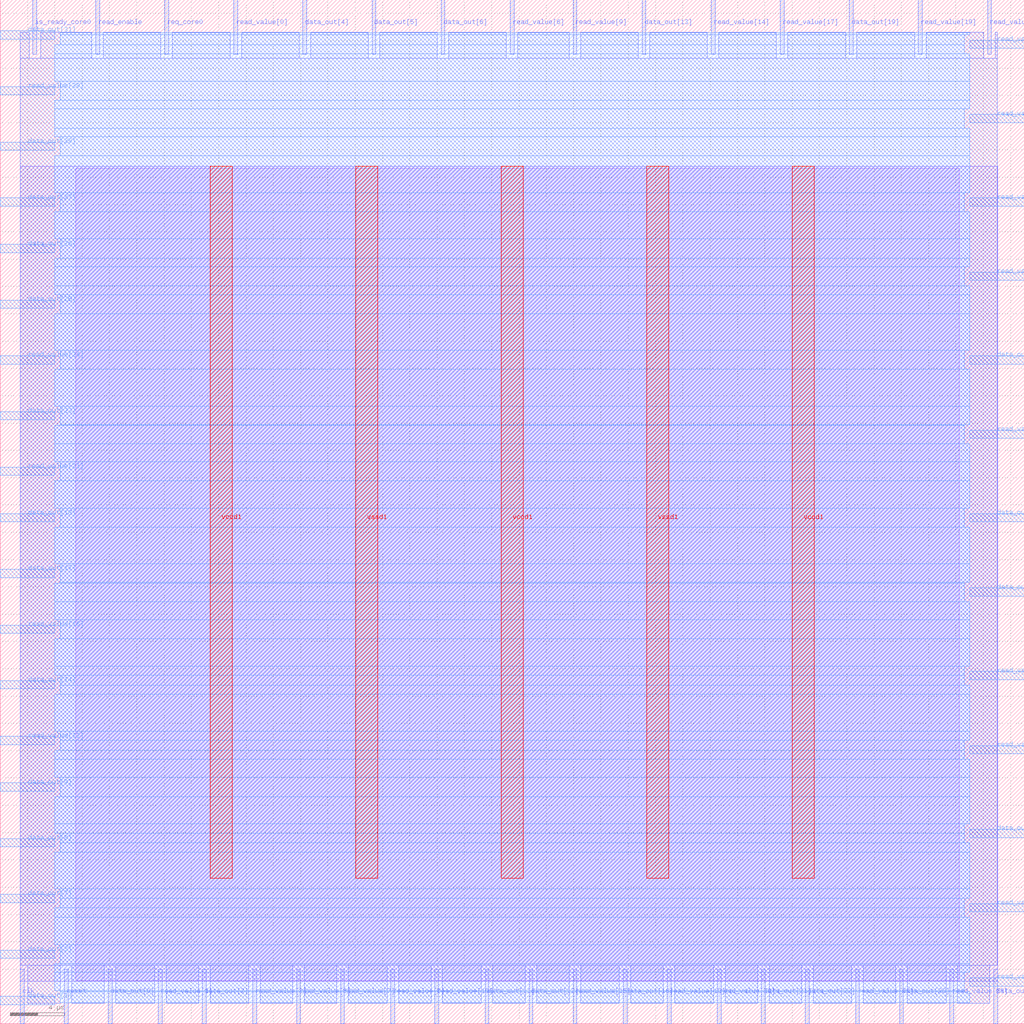
<source format=lef>
VERSION 5.7 ;
  NOWIREEXTENSIONATPIN ON ;
  DIVIDERCHAR "/" ;
  BUSBITCHARS "[]" ;
MACRO io_input_arbiter
  CLASS BLOCK ;
  FOREIGN io_input_arbiter ;
  ORIGIN 0.000 0.000 ;
  SIZE 75.000 BY 75.000 ;
  PIN clk
    DIRECTION INPUT ;
    USE SIGNAL ;
    PORT
      LAYER met2 ;
        RECT 1.470 0.000 1.750 4.000 ;
    END
  END clk
  PIN data_out[0]
    DIRECTION OUTPUT TRISTATE ;
    USE SIGNAL ;
    PORT
      LAYER met2 ;
        RECT 7.910 0.000 8.190 4.000 ;
    END
  END data_out[0]
  PIN data_out[10]
    DIRECTION OUTPUT TRISTATE ;
    USE SIGNAL ;
    PORT
      LAYER met3 ;
        RECT 71.000 13.640 75.000 14.240 ;
    END
  END data_out[10]
  PIN data_out[11]
    DIRECTION OUTPUT TRISTATE ;
    USE SIGNAL ;
    PORT
      LAYER met2 ;
        RECT 35.510 0.000 35.790 4.000 ;
    END
  END data_out[11]
  PIN data_out[12]
    DIRECTION OUTPUT TRISTATE ;
    USE SIGNAL ;
    PORT
      LAYER met2 ;
        RECT 38.730 0.000 39.010 4.000 ;
    END
  END data_out[12]
  PIN data_out[13]
    DIRECTION OUTPUT TRISTATE ;
    USE SIGNAL ;
    PORT
      LAYER met2 ;
        RECT 47.010 71.000 47.290 75.000 ;
    END
  END data_out[13]
  PIN data_out[14]
    DIRECTION OUTPUT TRISTATE ;
    USE SIGNAL ;
    PORT
      LAYER met3 ;
        RECT 0.000 24.520 4.000 25.120 ;
    END
  END data_out[14]
  PIN data_out[15]
    DIRECTION OUTPUT TRISTATE ;
    USE SIGNAL ;
    PORT
      LAYER met3 ;
        RECT 71.000 31.320 75.000 31.920 ;
    END
  END data_out[15]
  PIN data_out[16]
    DIRECTION OUTPUT TRISTATE ;
    USE SIGNAL ;
    PORT
      LAYER met2 ;
        RECT 45.630 0.000 45.910 4.000 ;
    END
  END data_out[16]
  PIN data_out[17]
    DIRECTION OUTPUT TRISTATE ;
    USE SIGNAL ;
    PORT
      LAYER met3 ;
        RECT 0.000 32.680 4.000 33.280 ;
    END
  END data_out[17]
  PIN data_out[18]
    DIRECTION OUTPUT TRISTATE ;
    USE SIGNAL ;
    PORT
      LAYER met3 ;
        RECT 0.000 36.760 4.000 37.360 ;
    END
  END data_out[18]
  PIN data_out[19]
    DIRECTION OUTPUT TRISTATE ;
    USE SIGNAL ;
    PORT
      LAYER met2 ;
        RECT 62.190 71.000 62.470 75.000 ;
    END
  END data_out[19]
  PIN data_out[1]
    DIRECTION OUTPUT TRISTATE ;
    USE SIGNAL ;
    PORT
      LAYER met3 ;
        RECT 0.000 1.400 4.000 2.000 ;
    END
  END data_out[1]
  PIN data_out[20]
    DIRECTION OUTPUT TRISTATE ;
    USE SIGNAL ;
    PORT
      LAYER met3 ;
        RECT 71.000 36.760 75.000 37.360 ;
    END
  END data_out[20]
  PIN data_out[21]
    DIRECTION OUTPUT TRISTATE ;
    USE SIGNAL ;
    PORT
      LAYER met2 ;
        RECT 55.750 0.000 56.030 4.000 ;
    END
  END data_out[21]
  PIN data_out[22]
    DIRECTION OUTPUT TRISTATE ;
    USE SIGNAL ;
    PORT
      LAYER met2 ;
        RECT 58.970 0.000 59.250 4.000 ;
    END
  END data_out[22]
  PIN data_out[23]
    DIRECTION OUTPUT TRISTATE ;
    USE SIGNAL ;
    PORT
      LAYER met3 ;
        RECT 0.000 44.240 4.000 44.840 ;
    END
  END data_out[23]
  PIN data_out[24]
    DIRECTION OUTPUT TRISTATE ;
    USE SIGNAL ;
    PORT
      LAYER met3 ;
        RECT 71.000 48.320 75.000 48.920 ;
    END
  END data_out[24]
  PIN data_out[25]
    DIRECTION OUTPUT TRISTATE ;
    USE SIGNAL ;
    PORT
      LAYER met3 ;
        RECT 0.000 52.400 4.000 53.000 ;
    END
  END data_out[25]
  PIN data_out[26]
    DIRECTION OUTPUT TRISTATE ;
    USE SIGNAL ;
    PORT
      LAYER met3 ;
        RECT 0.000 56.480 4.000 57.080 ;
    END
  END data_out[26]
  PIN data_out[27]
    DIRECTION OUTPUT TRISTATE ;
    USE SIGNAL ;
    PORT
      LAYER met3 ;
        RECT 0.000 59.880 4.000 60.480 ;
    END
  END data_out[27]
  PIN data_out[28]
    DIRECTION OUTPUT TRISTATE ;
    USE SIGNAL ;
    PORT
      LAYER met2 ;
        RECT 65.870 0.000 66.150 4.000 ;
    END
  END data_out[28]
  PIN data_out[29]
    DIRECTION OUTPUT TRISTATE ;
    USE SIGNAL ;
    PORT
      LAYER met3 ;
        RECT 0.000 63.960 4.000 64.560 ;
    END
  END data_out[29]
  PIN data_out[2]
    DIRECTION OUTPUT TRISTATE ;
    USE SIGNAL ;
    PORT
      LAYER met2 ;
        RECT 14.810 0.000 15.090 4.000 ;
    END
  END data_out[2]
  PIN data_out[30]
    DIRECTION OUTPUT TRISTATE ;
    USE SIGNAL ;
    PORT
      LAYER met2 ;
        RECT 72.770 0.000 73.050 4.000 ;
    END
  END data_out[30]
  PIN data_out[31]
    DIRECTION OUTPUT TRISTATE ;
    USE SIGNAL ;
    PORT
      LAYER met3 ;
        RECT 0.000 72.120 4.000 72.720 ;
    END
  END data_out[31]
  PIN data_out[3]
    DIRECTION OUTPUT TRISTATE ;
    USE SIGNAL ;
    PORT
      LAYER met3 ;
        RECT 0.000 4.800 4.000 5.400 ;
    END
  END data_out[3]
  PIN data_out[4]
    DIRECTION OUTPUT TRISTATE ;
    USE SIGNAL ;
    PORT
      LAYER met2 ;
        RECT 22.170 71.000 22.450 75.000 ;
    END
  END data_out[4]
  PIN data_out[5]
    DIRECTION OUTPUT TRISTATE ;
    USE SIGNAL ;
    PORT
      LAYER met2 ;
        RECT 27.230 71.000 27.510 75.000 ;
    END
  END data_out[5]
  PIN data_out[6]
    DIRECTION OUTPUT TRISTATE ;
    USE SIGNAL ;
    PORT
      LAYER met2 ;
        RECT 32.290 71.000 32.570 75.000 ;
    END
  END data_out[6]
  PIN data_out[7]
    DIRECTION OUTPUT TRISTATE ;
    USE SIGNAL ;
    PORT
      LAYER met3 ;
        RECT 0.000 8.880 4.000 9.480 ;
    END
  END data_out[7]
  PIN data_out[8]
    DIRECTION OUTPUT TRISTATE ;
    USE SIGNAL ;
    PORT
      LAYER met3 ;
        RECT 0.000 12.960 4.000 13.560 ;
    END
  END data_out[8]
  PIN data_out[9]
    DIRECTION OUTPUT TRISTATE ;
    USE SIGNAL ;
    PORT
      LAYER met3 ;
        RECT 0.000 17.040 4.000 17.640 ;
    END
  END data_out[9]
  PIN is_ready_core0
    DIRECTION OUTPUT TRISTATE ;
    USE SIGNAL ;
    PORT
      LAYER met2 ;
        RECT 2.390 71.000 2.670 75.000 ;
    END
  END is_ready_core0
  PIN read_enable
    DIRECTION INPUT ;
    USE SIGNAL ;
    PORT
      LAYER met2 ;
        RECT 6.990 71.000 7.270 75.000 ;
    END
  END read_enable
  PIN read_value[0]
    DIRECTION INPUT ;
    USE SIGNAL ;
    PORT
      LAYER met2 ;
        RECT 17.110 71.000 17.390 75.000 ;
    END
  END read_value[0]
  PIN read_value[10]
    DIRECTION INPUT ;
    USE SIGNAL ;
    PORT
      LAYER met2 ;
        RECT 31.830 0.000 32.110 4.000 ;
    END
  END read_value[10]
  PIN read_value[11]
    DIRECTION INPUT ;
    USE SIGNAL ;
    PORT
      LAYER met3 ;
        RECT 71.000 19.760 75.000 20.360 ;
    END
  END read_value[11]
  PIN read_value[12]
    DIRECTION INPUT ;
    USE SIGNAL ;
    PORT
      LAYER met3 ;
        RECT 0.000 20.440 4.000 21.040 ;
    END
  END read_value[12]
  PIN read_value[13]
    DIRECTION INPUT ;
    USE SIGNAL ;
    PORT
      LAYER met3 ;
        RECT 71.000 25.200 75.000 25.800 ;
    END
  END read_value[13]
  PIN read_value[14]
    DIRECTION INPUT ;
    USE SIGNAL ;
    PORT
      LAYER met2 ;
        RECT 52.070 71.000 52.350 75.000 ;
    END
  END read_value[14]
  PIN read_value[15]
    DIRECTION INPUT ;
    USE SIGNAL ;
    PORT
      LAYER met2 ;
        RECT 41.950 0.000 42.230 4.000 ;
    END
  END read_value[15]
  PIN read_value[16]
    DIRECTION INPUT ;
    USE SIGNAL ;
    PORT
      LAYER met3 ;
        RECT 0.000 28.600 4.000 29.200 ;
    END
  END read_value[16]
  PIN read_value[17]
    DIRECTION INPUT ;
    USE SIGNAL ;
    PORT
      LAYER met2 ;
        RECT 57.130 71.000 57.410 75.000 ;
    END
  END read_value[17]
  PIN read_value[18]
    DIRECTION INPUT ;
    USE SIGNAL ;
    PORT
      LAYER met2 ;
        RECT 48.850 0.000 49.130 4.000 ;
    END
  END read_value[18]
  PIN read_value[19]
    DIRECTION INPUT ;
    USE SIGNAL ;
    PORT
      LAYER met2 ;
        RECT 67.250 71.000 67.530 75.000 ;
    END
  END read_value[19]
  PIN read_value[1]
    DIRECTION INPUT ;
    USE SIGNAL ;
    PORT
      LAYER met2 ;
        RECT 11.590 0.000 11.870 4.000 ;
    END
  END read_value[1]
  PIN read_value[20]
    DIRECTION INPUT ;
    USE SIGNAL ;
    PORT
      LAYER met2 ;
        RECT 52.530 0.000 52.810 4.000 ;
    END
  END read_value[20]
  PIN read_value[21]
    DIRECTION INPUT ;
    USE SIGNAL ;
    PORT
      LAYER met3 ;
        RECT 0.000 40.160 4.000 40.760 ;
    END
  END read_value[21]
  PIN read_value[22]
    DIRECTION INPUT ;
    USE SIGNAL ;
    PORT
      LAYER met2 ;
        RECT 62.650 0.000 62.930 4.000 ;
    END
  END read_value[22]
  PIN read_value[23]
    DIRECTION INPUT ;
    USE SIGNAL ;
    PORT
      LAYER met3 ;
        RECT 71.000 42.880 75.000 43.480 ;
    END
  END read_value[23]
  PIN read_value[24]
    DIRECTION INPUT ;
    USE SIGNAL ;
    PORT
      LAYER met3 ;
        RECT 0.000 48.320 4.000 48.920 ;
    END
  END read_value[24]
  PIN read_value[25]
    DIRECTION INPUT ;
    USE SIGNAL ;
    PORT
      LAYER met3 ;
        RECT 71.000 54.440 75.000 55.040 ;
    END
  END read_value[25]
  PIN read_value[26]
    DIRECTION INPUT ;
    USE SIGNAL ;
    PORT
      LAYER met3 ;
        RECT 71.000 59.880 75.000 60.480 ;
    END
  END read_value[26]
  PIN read_value[27]
    DIRECTION INPUT ;
    USE SIGNAL ;
    PORT
      LAYER met3 ;
        RECT 71.000 66.000 75.000 66.600 ;
    END
  END read_value[27]
  PIN read_value[28]
    DIRECTION INPUT ;
    USE SIGNAL ;
    PORT
      LAYER met2 ;
        RECT 69.550 0.000 69.830 4.000 ;
    END
  END read_value[28]
  PIN read_value[29]
    DIRECTION INPUT ;
    USE SIGNAL ;
    PORT
      LAYER met3 ;
        RECT 0.000 68.040 4.000 68.640 ;
    END
  END read_value[29]
  PIN read_value[2]
    DIRECTION INPUT ;
    USE SIGNAL ;
    PORT
      LAYER met2 ;
        RECT 18.490 0.000 18.770 4.000 ;
    END
  END read_value[2]
  PIN read_value[30]
    DIRECTION INPUT ;
    USE SIGNAL ;
    PORT
      LAYER met2 ;
        RECT 72.310 71.000 72.590 75.000 ;
    END
  END read_value[30]
  PIN read_value[31]
    DIRECTION INPUT ;
    USE SIGNAL ;
    PORT
      LAYER met3 ;
        RECT 71.000 71.440 75.000 72.040 ;
    END
  END read_value[31]
  PIN read_value[3]
    DIRECTION INPUT ;
    USE SIGNAL ;
    PORT
      LAYER met3 ;
        RECT 71.000 2.760 75.000 3.360 ;
    END
  END read_value[3]
  PIN read_value[4]
    DIRECTION INPUT ;
    USE SIGNAL ;
    PORT
      LAYER met3 ;
        RECT 71.000 8.200 75.000 8.800 ;
    END
  END read_value[4]
  PIN read_value[5]
    DIRECTION INPUT ;
    USE SIGNAL ;
    PORT
      LAYER met2 ;
        RECT 21.710 0.000 21.990 4.000 ;
    END
  END read_value[5]
  PIN read_value[6]
    DIRECTION INPUT ;
    USE SIGNAL ;
    PORT
      LAYER met2 ;
        RECT 37.350 71.000 37.630 75.000 ;
    END
  END read_value[6]
  PIN read_value[7]
    DIRECTION INPUT ;
    USE SIGNAL ;
    PORT
      LAYER met2 ;
        RECT 24.930 0.000 25.210 4.000 ;
    END
  END read_value[7]
  PIN read_value[8]
    DIRECTION INPUT ;
    USE SIGNAL ;
    PORT
      LAYER met2 ;
        RECT 28.610 0.000 28.890 4.000 ;
    END
  END read_value[8]
  PIN read_value[9]
    DIRECTION INPUT ;
    USE SIGNAL ;
    PORT
      LAYER met2 ;
        RECT 41.950 71.000 42.230 75.000 ;
    END
  END read_value[9]
  PIN req_core0
    DIRECTION INPUT ;
    USE SIGNAL ;
    PORT
      LAYER met2 ;
        RECT 12.050 71.000 12.330 75.000 ;
    END
  END req_core0
  PIN reset
    DIRECTION INPUT ;
    USE SIGNAL ;
    PORT
      LAYER met2 ;
        RECT 4.690 0.000 4.970 4.000 ;
    END
  END reset
  PIN vccd1
    DIRECTION INPUT ;
    USE POWER ;
    PORT
      LAYER met4 ;
        RECT 15.380 10.640 16.980 62.800 ;
    END
    PORT
      LAYER met4 ;
        RECT 36.700 10.640 38.300 62.800 ;
    END
    PORT
      LAYER met4 ;
        RECT 58.020 10.640 59.620 62.800 ;
    END
  END vccd1
  PIN vssd1
    DIRECTION INPUT ;
    USE GROUND ;
    PORT
      LAYER met4 ;
        RECT 26.040 10.640 27.640 62.800 ;
    END
    PORT
      LAYER met4 ;
        RECT 47.360 10.640 48.960 62.800 ;
    END
  END vssd1
  OBS
      LAYER li1 ;
        RECT 5.520 3.145 70.235 62.645 ;
      LAYER met1 ;
        RECT 1.450 3.100 73.070 62.800 ;
      LAYER met2 ;
        RECT 1.480 70.720 2.110 72.605 ;
        RECT 2.950 70.720 6.710 72.605 ;
        RECT 7.550 70.720 11.770 72.605 ;
        RECT 12.610 70.720 16.830 72.605 ;
        RECT 17.670 70.720 21.890 72.605 ;
        RECT 22.730 70.720 26.950 72.605 ;
        RECT 27.790 70.720 32.010 72.605 ;
        RECT 32.850 70.720 37.070 72.605 ;
        RECT 37.910 70.720 41.670 72.605 ;
        RECT 42.510 70.720 46.730 72.605 ;
        RECT 47.570 70.720 51.790 72.605 ;
        RECT 52.630 70.720 56.850 72.605 ;
        RECT 57.690 70.720 61.910 72.605 ;
        RECT 62.750 70.720 66.970 72.605 ;
        RECT 67.810 70.720 72.030 72.605 ;
        RECT 72.870 70.720 73.040 72.605 ;
        RECT 1.480 4.280 73.040 70.720 ;
        RECT 2.030 1.515 4.410 4.280 ;
        RECT 5.250 1.515 7.630 4.280 ;
        RECT 8.470 1.515 11.310 4.280 ;
        RECT 12.150 1.515 14.530 4.280 ;
        RECT 15.370 1.515 18.210 4.280 ;
        RECT 19.050 1.515 21.430 4.280 ;
        RECT 22.270 1.515 24.650 4.280 ;
        RECT 25.490 1.515 28.330 4.280 ;
        RECT 29.170 1.515 31.550 4.280 ;
        RECT 32.390 1.515 35.230 4.280 ;
        RECT 36.070 1.515 38.450 4.280 ;
        RECT 39.290 1.515 41.670 4.280 ;
        RECT 42.510 1.515 45.350 4.280 ;
        RECT 46.190 1.515 48.570 4.280 ;
        RECT 49.410 1.515 52.250 4.280 ;
        RECT 53.090 1.515 55.470 4.280 ;
        RECT 56.310 1.515 58.690 4.280 ;
        RECT 59.530 1.515 62.370 4.280 ;
        RECT 63.210 1.515 65.590 4.280 ;
        RECT 66.430 1.515 69.270 4.280 ;
        RECT 70.110 1.515 72.490 4.280 ;
      LAYER met3 ;
        RECT 4.400 72.440 71.000 72.585 ;
        RECT 4.400 71.720 70.600 72.440 ;
        RECT 4.000 71.040 70.600 71.720 ;
        RECT 4.000 69.040 71.000 71.040 ;
        RECT 4.400 67.640 71.000 69.040 ;
        RECT 4.000 67.000 71.000 67.640 ;
        RECT 4.000 65.600 70.600 67.000 ;
        RECT 4.000 64.960 71.000 65.600 ;
        RECT 4.400 63.560 71.000 64.960 ;
        RECT 4.000 60.880 71.000 63.560 ;
        RECT 4.400 59.480 70.600 60.880 ;
        RECT 4.000 57.480 71.000 59.480 ;
        RECT 4.400 56.080 71.000 57.480 ;
        RECT 4.000 55.440 71.000 56.080 ;
        RECT 4.000 54.040 70.600 55.440 ;
        RECT 4.000 53.400 71.000 54.040 ;
        RECT 4.400 52.000 71.000 53.400 ;
        RECT 4.000 49.320 71.000 52.000 ;
        RECT 4.400 47.920 70.600 49.320 ;
        RECT 4.000 45.240 71.000 47.920 ;
        RECT 4.400 43.880 71.000 45.240 ;
        RECT 4.400 43.840 70.600 43.880 ;
        RECT 4.000 42.480 70.600 43.840 ;
        RECT 4.000 41.160 71.000 42.480 ;
        RECT 4.400 39.760 71.000 41.160 ;
        RECT 4.000 37.760 71.000 39.760 ;
        RECT 4.400 36.360 70.600 37.760 ;
        RECT 4.000 33.680 71.000 36.360 ;
        RECT 4.400 32.320 71.000 33.680 ;
        RECT 4.400 32.280 70.600 32.320 ;
        RECT 4.000 30.920 70.600 32.280 ;
        RECT 4.000 29.600 71.000 30.920 ;
        RECT 4.400 28.200 71.000 29.600 ;
        RECT 4.000 26.200 71.000 28.200 ;
        RECT 4.000 25.520 70.600 26.200 ;
        RECT 4.400 24.800 70.600 25.520 ;
        RECT 4.400 24.120 71.000 24.800 ;
        RECT 4.000 21.440 71.000 24.120 ;
        RECT 4.400 20.760 71.000 21.440 ;
        RECT 4.400 20.040 70.600 20.760 ;
        RECT 4.000 19.360 70.600 20.040 ;
        RECT 4.000 18.040 71.000 19.360 ;
        RECT 4.400 16.640 71.000 18.040 ;
        RECT 4.000 14.640 71.000 16.640 ;
        RECT 4.000 13.960 70.600 14.640 ;
        RECT 4.400 13.240 70.600 13.960 ;
        RECT 4.400 12.560 71.000 13.240 ;
        RECT 4.000 9.880 71.000 12.560 ;
        RECT 4.400 9.200 71.000 9.880 ;
        RECT 4.400 8.480 70.600 9.200 ;
        RECT 4.000 7.800 70.600 8.480 ;
        RECT 4.000 5.800 71.000 7.800 ;
        RECT 4.400 4.400 71.000 5.800 ;
        RECT 4.000 3.760 71.000 4.400 ;
        RECT 4.000 2.400 70.600 3.760 ;
        RECT 4.400 2.360 70.600 2.400 ;
        RECT 4.400 1.535 71.000 2.360 ;
  END
END io_input_arbiter
END LIBRARY


</source>
